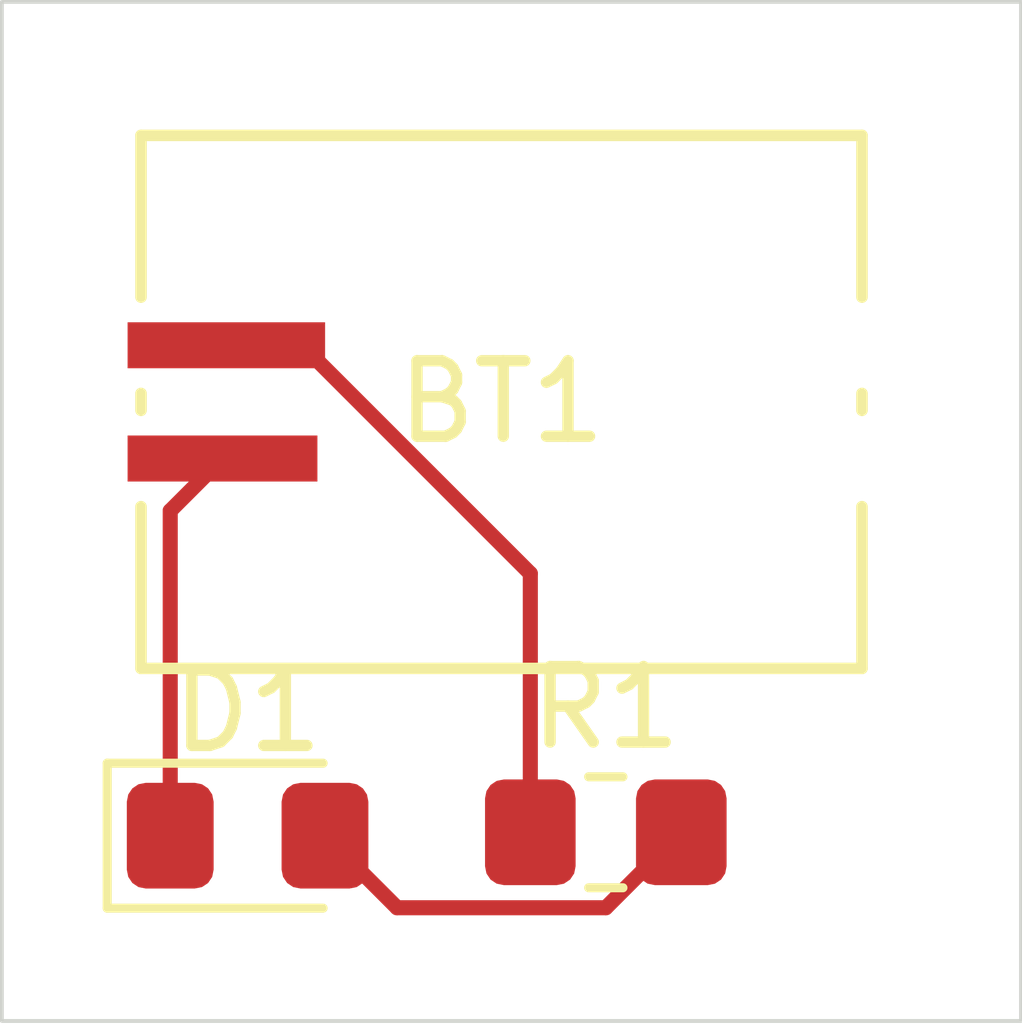
<source format=kicad_pcb>
(kicad_pcb (version 20240108) (generator "pcbnew") (generator_version "8.0")
  (title_block (title "Intro LED Project") (date "2024-10-08") (rev "1.0.0"))
  (layers (0 "F.Cu" signal) (31 "B.Cu" signal) (34 "B.Paste" user) (35 "F.Paste" user) (36 "B.SilkS" user "B.Silkscreen") (37 "F.SilkS" user "F.Silkscreen") (38 "B.Mask" user) (39 "F.Mask" user) (44 "Edge.Cuts" user))
  (net 0 "")
  (net 1 "Net-(BT1-+)")
  (net 2 "Net-(BT1--)")
  (net 3 "Net-(D1-A)")
  (footprint "Resistor_SMD:R_0805_2012Metric_Pad1.20x1.40mm_HandSolder" (layer "F.Cu") (at 147 104.5)
    (property "Reference" "R1" (at 0 -1.65 0) (layer "F.SilkS"))
    (property "Value" "R")
    (fp_line (start -0.227064 -0.735) (end 0.227064 -0.735) (stroke (width 0.12)) (layer "F.SilkS"))
    (fp_line (start -0.227064 0.735) (end 0.227064 0.735) (stroke (width 0.12)) (layer "F.SilkS"))
    (pad "1" smd roundrect (at -1 0) (size 1.2 1.4) (layers "F.Cu" "F.Paste" "F.Mask") (roundrect_rratio 0.208333) (net 1 "Net-(BT1-+)"))
    (pad "2" smd roundrect (at 1 0) (size 1.2 1.4) (layers "F.Cu" "F.Paste" "F.Mask") (roundrect_rratio 0.208333) (net 3 "Net-(D1-A)"))
  )
  (footprint "FS_3_Global_Footprint_Library:MS621FE-FL11E_SEC" (layer "F.Cu") (at 145.6182 98.7988)
    (property "Reference" "BT1" (at 0 0 0) (layer "F.SilkS"))
    (property "Value" "Battery_Cell")
    (fp_line (start -4.7752 -3.5306) (end -4.7752 -1.387541) (stroke (width 0.1524)) (layer "F.SilkS"))
    (fp_line (start -4.7752 -0.112461) (end -4.7752 0.112461) (stroke (width 0.1524)) (layer "F.SilkS"))
    (fp_line (start -4.7752 1.387541) (end -4.7752 3.5306) (stroke (width 0.1524)) (layer "F.SilkS"))
    (fp_line (start -4.7752 3.5306) (end 4.7752 3.5306) (stroke (width 0.1524)) (layer "F.SilkS"))
    (fp_line (start 4.7752 -3.5306) (end -4.7752 -3.5306) (stroke (width 0.1524)) (layer "F.SilkS"))
    (fp_line (start 4.7752 -1.387541) (end 4.7752 -3.5306) (stroke (width 0.1524)) (layer "F.SilkS"))
    (fp_line (start 4.7752 0.112461) (end 4.7752 -0.112461) (stroke (width 0.1524)) (layer "F.SilkS"))
    (fp_line (start 4.7752 3.5306) (end 4.7752 1.387541) (stroke (width 0.1524)) (layer "F.SilkS"))
    (pad "1" smd rect (at -3.6449 -0.750001) (size 2.6162 0.6096) (layers "F.Cu" "F.Paste" "F.Mask") (net 1 "Net-(BT1-+)"))
    (pad "2" smd rect (at -3.6957 0.750001) (size 2.5146 0.6096) (layers "F.Cu" "F.Paste" "F.Mask") (net 2 "Net-(BT1--)"))
  )
  (footprint "LED_SMD:LED_0805_2012Metric_Pad1.15x1.40mm_HandSolder" (layer "F.Cu") (at 142.255 104.545)
    (property "Reference" "D1" (at 0 -1.65 0) (layer "F.SilkS"))
    (property "Value" "LED")
    (fp_line (start -1.86 -0.96) (end -1.86 0.96) (stroke (width 0.12)) (layer "F.SilkS"))
    (fp_line (start -1.86 0.96) (end 1 0.96) (stroke (width 0.12)) (layer "F.SilkS"))
    (fp_line (start 1 -0.96) (end -1.86 -0.96) (stroke (width 0.12)) (layer "F.SilkS"))
    (pad "1" smd roundrect (at -1.025 0) (size 1.15 1.4) (layers "F.Cu" "F.Paste" "F.Mask") (roundrect_rratio 0.217391) (net 2 "Net-(BT1--)"))
    (pad "2" smd roundrect (at 1.025 0) (size 1.15 1.4) (layers "F.Cu" "F.Paste" "F.Mask") (roundrect_rratio 0.217391) (net 3 "Net-(D1-A)"))
  )
  (gr_rect (start 139 93.5) (end 152.5 107) (stroke (width 0.05)) (fill none) (layer "Edge.Cuts"))
  (segment (start 146 104.5) (end 146 101.072199) (width 0.2) (layer "F.Cu") (net 1))
  (segment (start 142.9766 98.048799) (end 141.9733 98.048799) (width 0.2) (layer "F.Cu") (net 1))
  (segment (start 146 101.072199) (end 142.9766 98.048799) (width 0.2) (layer "F.Cu") (net 1))
  (segment (start 141.23 100.241301) (end 141.9225 99.548801) (width 0.2) (layer "F.Cu") (net 2))
  (segment (start 141.23 104.545) (end 141.23 100.241301) (width 0.2) (layer "F.Cu") (net 2))
  (segment (start 148 104.5) (end 147 105.5) (width 0.2) (layer "F.Cu") (net 3))
  (segment (start 147 105.5) (end 144.235 105.5) (width 0.2) (layer "F.Cu") (net 3))
  (segment (start 144.235 105.5) (end 143.28 104.545) (width 0.2) (layer "F.Cu") (net 3))
)
</source>
